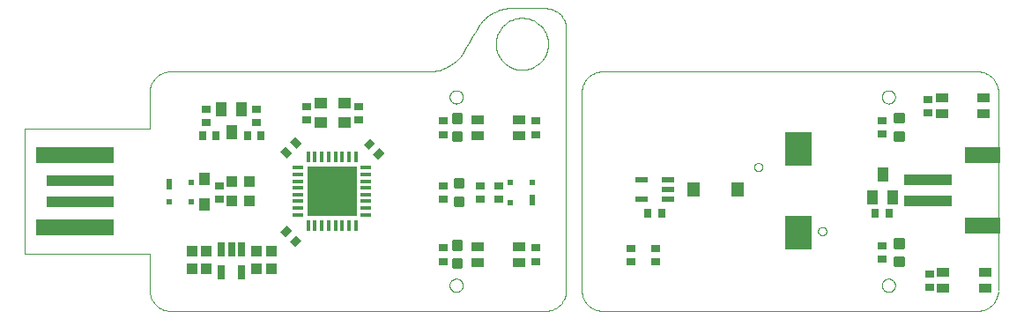
<source format=gtp>
G75*
%MOIN*%
%OFA0B0*%
%FSLAX25Y25*%
%IPPOS*%
%LPD*%
%AMOC8*
5,1,8,0,0,1.08239X$1,22.5*
%
%ADD10C,0.00394*%
%ADD11R,0.01400X0.04200*%
%ADD12R,0.04200X0.01400*%
%ADD13R,0.19100X0.19100*%
%ADD14R,0.29528X0.05906*%
%ADD15R,0.25591X0.03937*%
%ADD16R,0.03937X0.04724*%
%ADD17R,0.03543X0.02756*%
%ADD18R,0.03937X0.04331*%
%ADD19R,0.02362X0.03937*%
%ADD20R,0.02362X0.02362*%
%ADD21R,0.02756X0.05512*%
%ADD22R,0.05118X0.04331*%
%ADD23R,0.03937X0.05512*%
%ADD24R,0.02756X0.03543*%
%ADD25C,0.01181*%
%ADD26R,0.04724X0.03543*%
%ADD27C,0.00000*%
%ADD28R,0.09843X0.12598*%
%ADD29R,0.04724X0.02165*%
%ADD30R,0.18110X0.03937*%
%ADD31R,0.13386X0.06299*%
%ADD32R,0.05000X0.05787*%
D10*
X0059760Y0017852D02*
X0059360Y0018793D01*
X0059205Y0019287D01*
X0059100Y0019798D01*
X0058994Y0020310D01*
X0058939Y0020839D01*
X0058939Y0035160D01*
X0011695Y0035160D01*
X0011695Y0082404D01*
X0058939Y0082404D01*
X0058939Y0096725D01*
X0058994Y0097254D01*
X0059100Y0097765D01*
X0059205Y0098276D01*
X0059360Y0098770D01*
X0059760Y0099711D01*
X0060005Y0100159D01*
X0060288Y0100578D01*
X0060572Y0100997D01*
X0060895Y0101387D01*
X0061252Y0101744D01*
X0061609Y0102101D01*
X0061999Y0102424D01*
X0062418Y0102708D01*
X0062838Y0102991D01*
X0063285Y0103236D01*
X0064226Y0103636D01*
X0064720Y0103791D01*
X0065231Y0103897D01*
X0065743Y0104002D01*
X0066272Y0104057D01*
X0165750Y0104057D01*
X0166308Y0104105D01*
X0167439Y0104286D01*
X0168012Y0104419D01*
X0168585Y0104591D01*
X0169158Y0104762D01*
X0169731Y0104972D01*
X0170860Y0105460D01*
X0171416Y0105737D01*
X0171956Y0106043D01*
X0172495Y0106350D01*
X0173018Y0106685D01*
X0173517Y0107045D01*
X0174016Y0107405D01*
X0174489Y0107789D01*
X0175372Y0108597D01*
X0175780Y0109021D01*
X0176515Y0109899D01*
X0176841Y0110354D01*
X0177119Y0110818D01*
X0177895Y0112119D01*
X0178672Y0113420D01*
X0179448Y0114721D01*
X0180225Y0116022D01*
X0181002Y0117323D01*
X0181778Y0118624D01*
X0182555Y0119926D01*
X0183331Y0121227D01*
X0183609Y0121691D01*
X0183935Y0122146D01*
X0184303Y0122585D01*
X0184670Y0123024D01*
X0185078Y0123448D01*
X0185520Y0123852D01*
X0185961Y0124256D01*
X0186435Y0124640D01*
X0186933Y0125000D01*
X0187432Y0125360D01*
X0187955Y0125695D01*
X0188494Y0126002D01*
X0189034Y0126308D01*
X0189590Y0126585D01*
X0190719Y0127073D01*
X0191292Y0127283D01*
X0191865Y0127454D01*
X0192438Y0127626D01*
X0193011Y0127759D01*
X0193577Y0127850D01*
X0194142Y0127940D01*
X0194700Y0127988D01*
X0209087Y0127988D01*
X0209616Y0127932D01*
X0210127Y0127827D01*
X0210638Y0127722D01*
X0211132Y0127566D01*
X0211603Y0127366D01*
X0212073Y0127166D01*
X0212521Y0126922D01*
X0212940Y0126638D01*
X0213359Y0126354D01*
X0213749Y0126031D01*
X0214106Y0125675D01*
X0214463Y0125318D01*
X0214786Y0124927D01*
X0215070Y0124508D01*
X0215353Y0124089D01*
X0215598Y0123642D01*
X0215798Y0123171D01*
X0215998Y0122700D01*
X0216153Y0122207D01*
X0216259Y0121695D01*
X0216364Y0121184D01*
X0216419Y0120655D01*
X0216419Y0020839D01*
X0216364Y0020310D01*
X0216259Y0019798D01*
X0216153Y0019287D01*
X0215998Y0018793D01*
X0215798Y0018323D01*
X0215598Y0017852D01*
X0215353Y0017405D01*
X0215070Y0016985D01*
X0214786Y0016566D01*
X0214463Y0016176D01*
X0214106Y0015819D01*
X0213749Y0015462D01*
X0213359Y0015139D01*
X0212940Y0014855D01*
X0212521Y0014572D01*
X0212073Y0014327D01*
X0211603Y0014127D01*
X0211132Y0013927D01*
X0210638Y0013772D01*
X0210127Y0013667D01*
X0209616Y0013561D01*
X0209087Y0013506D01*
X0066272Y0013506D01*
X0065743Y0013561D01*
X0065231Y0013667D01*
X0064720Y0013772D01*
X0064226Y0013927D01*
X0063756Y0014127D01*
X0063285Y0014327D01*
X0062838Y0014572D01*
X0062418Y0014855D01*
X0061999Y0015139D01*
X0061609Y0015462D01*
X0061252Y0015819D01*
X0060895Y0016176D01*
X0060572Y0016566D01*
X0060288Y0016985D01*
X0060005Y0017405D01*
X0059760Y0017852D01*
X0222347Y0020839D02*
X0222403Y0020310D01*
X0222508Y0019798D01*
X0222614Y0019287D01*
X0222769Y0018793D01*
X0223169Y0017852D01*
X0223413Y0017405D01*
X0223697Y0016985D01*
X0223981Y0016566D01*
X0224304Y0016176D01*
X0225017Y0015462D01*
X0225408Y0015139D01*
X0225827Y0014855D01*
X0226246Y0014572D01*
X0226694Y0014327D01*
X0227635Y0013927D01*
X0228128Y0013772D01*
X0228640Y0013667D01*
X0229151Y0013561D01*
X0229680Y0013506D01*
X0372495Y0013506D01*
X0373024Y0013561D01*
X0373535Y0013667D01*
X0374047Y0013772D01*
X0374541Y0013927D01*
X0375482Y0014327D01*
X0375929Y0014572D01*
X0376348Y0014855D01*
X0376767Y0015139D01*
X0377158Y0015462D01*
X0377872Y0016176D01*
X0378195Y0016566D01*
X0378478Y0016985D01*
X0378762Y0017405D01*
X0379007Y0017852D01*
X0379206Y0018323D01*
X0379406Y0018793D01*
X0379562Y0019287D01*
X0379667Y0019798D01*
X0379772Y0020310D01*
X0379828Y0020839D01*
X0379828Y0021380D02*
X0379828Y0096725D01*
X0379772Y0097254D01*
X0379667Y0097765D01*
X0379562Y0098276D01*
X0379406Y0098770D01*
X0379206Y0099241D01*
X0379007Y0099711D01*
X0378762Y0100159D01*
X0378195Y0100997D01*
X0377872Y0101387D01*
X0377158Y0102101D01*
X0376767Y0102424D01*
X0376348Y0102708D01*
X0375929Y0102991D01*
X0375482Y0103236D01*
X0375011Y0103436D01*
X0374541Y0103636D01*
X0374047Y0103791D01*
X0373535Y0103897D01*
X0373024Y0104002D01*
X0372495Y0104057D01*
X0229680Y0104057D01*
X0229151Y0104002D01*
X0228640Y0103897D01*
X0228128Y0103791D01*
X0227635Y0103636D01*
X0227164Y0103436D01*
X0226694Y0103236D01*
X0226246Y0102991D01*
X0225827Y0102708D01*
X0225408Y0102424D01*
X0225017Y0102101D01*
X0224304Y0101387D01*
X0223981Y0100997D01*
X0223697Y0100578D01*
X0223413Y0100159D01*
X0223169Y0099711D01*
X0222969Y0099241D01*
X0222769Y0098770D01*
X0222614Y0098276D01*
X0222508Y0097765D01*
X0222403Y0097254D01*
X0222347Y0096725D01*
X0222347Y0020839D01*
X0202334Y0104946D02*
X0201693Y0104815D01*
X0201053Y0104684D01*
X0200389Y0104615D01*
X0199030Y0104615D01*
X0198367Y0104684D01*
X0197726Y0104815D01*
X0197085Y0104946D01*
X0196467Y0105139D01*
X0195879Y0105388D01*
X0195290Y0105637D01*
X0194730Y0105942D01*
X0194207Y0106296D01*
X0193683Y0106649D01*
X0193195Y0107052D01*
X0192305Y0107943D01*
X0191902Y0108430D01*
X0191548Y0108954D01*
X0191194Y0109478D01*
X0190890Y0110037D01*
X0190641Y0110626D01*
X0190392Y0111215D01*
X0190198Y0111833D01*
X0190067Y0112474D01*
X0189936Y0113114D01*
X0189867Y0113778D01*
X0189867Y0115137D01*
X0189936Y0115800D01*
X0190067Y0116441D01*
X0190198Y0117081D01*
X0190392Y0117700D01*
X0190641Y0118288D01*
X0190890Y0118877D01*
X0191194Y0119437D01*
X0191902Y0120484D01*
X0192305Y0120972D01*
X0192750Y0121417D01*
X0193195Y0121862D01*
X0193683Y0122265D01*
X0194207Y0122619D01*
X0194730Y0122972D01*
X0195290Y0123277D01*
X0195879Y0123526D01*
X0196467Y0123775D01*
X0197085Y0123969D01*
X0197726Y0124100D01*
X0198367Y0124231D01*
X0199030Y0124300D01*
X0200389Y0124300D01*
X0201053Y0124231D01*
X0202334Y0123969D01*
X0202952Y0123775D01*
X0203541Y0123526D01*
X0204130Y0123277D01*
X0204689Y0122972D01*
X0205736Y0122265D01*
X0206224Y0121862D01*
X0206669Y0121417D01*
X0207115Y0120972D01*
X0207517Y0120484D01*
X0208225Y0119437D01*
X0208530Y0118877D01*
X0208779Y0118288D01*
X0209028Y0117700D01*
X0209221Y0117081D01*
X0209483Y0115800D01*
X0209552Y0115137D01*
X0209552Y0113778D01*
X0209483Y0113114D01*
X0209352Y0112474D01*
X0209221Y0111833D01*
X0209028Y0111215D01*
X0208779Y0110626D01*
X0208530Y0110037D01*
X0208225Y0109478D01*
X0207871Y0108954D01*
X0207517Y0108430D01*
X0207115Y0107943D01*
X0206224Y0107052D01*
X0205736Y0106649D01*
X0204689Y0105942D01*
X0204130Y0105637D01*
X0203541Y0105388D01*
X0202952Y0105139D01*
X0202334Y0104946D01*
D11*
X0136833Y0071700D03*
X0134233Y0071700D03*
X0131633Y0071700D03*
X0129133Y0071700D03*
X0126533Y0071700D03*
X0124033Y0071700D03*
X0121433Y0071700D03*
X0118833Y0071700D03*
X0118833Y0045900D03*
X0121433Y0045900D03*
X0124033Y0045900D03*
X0126533Y0045900D03*
X0129133Y0045900D03*
X0131633Y0045900D03*
X0134233Y0045900D03*
X0136833Y0045900D03*
D12*
X0140733Y0049800D03*
X0140733Y0052400D03*
X0140733Y0055000D03*
X0140733Y0057500D03*
X0140733Y0060100D03*
X0140733Y0062600D03*
X0140733Y0065200D03*
X0140733Y0067800D03*
X0114933Y0067800D03*
X0114933Y0065200D03*
X0114933Y0062600D03*
X0114933Y0060100D03*
X0114933Y0057500D03*
X0114933Y0055000D03*
X0114933Y0052400D03*
X0114933Y0049800D03*
D13*
X0127833Y0058800D03*
D14*
X0030546Y0045020D03*
X0030546Y0072580D03*
D15*
X0032514Y0062737D03*
X0032514Y0054863D03*
D16*
X0079633Y0053876D03*
X0079633Y0063324D03*
D17*
X0085333Y0060859D03*
X0085333Y0055741D03*
X0080333Y0084741D03*
X0080333Y0089859D03*
X0099333Y0089859D03*
X0099333Y0084741D03*
X0118333Y0085741D03*
X0118333Y0090859D03*
X0137833Y0090859D03*
X0137833Y0085741D03*
X0169833Y0085359D03*
X0169833Y0080241D03*
X0204833Y0080241D03*
X0204833Y0085359D03*
X0190833Y0060859D03*
X0183833Y0060859D03*
X0183833Y0055741D03*
X0190833Y0055741D03*
X0169833Y0055741D03*
X0169833Y0060859D03*
X0169833Y0037359D03*
X0169833Y0032241D03*
X0204833Y0032241D03*
X0204833Y0037359D03*
X0240933Y0037059D03*
X0250433Y0037059D03*
X0250433Y0031941D03*
X0240933Y0031941D03*
X0335933Y0032941D03*
X0335933Y0038059D03*
X0353933Y0027559D03*
X0353933Y0022441D03*
X0335933Y0080441D03*
X0335933Y0085559D03*
X0353433Y0088441D03*
X0353433Y0093559D03*
D18*
X0104833Y0036146D03*
X0099333Y0036146D03*
X0099333Y0029454D03*
X0104833Y0029454D03*
X0080333Y0029454D03*
X0074833Y0029454D03*
X0074833Y0036146D03*
X0080333Y0036146D03*
X0089987Y0055000D03*
X0096680Y0055000D03*
X0096680Y0062300D03*
X0089987Y0062300D03*
D19*
X0066399Y0061453D03*
X0203467Y0055347D03*
D20*
X0195199Y0054560D03*
X0195199Y0062040D03*
X0203467Y0062040D03*
X0074667Y0062240D03*
X0074667Y0054760D03*
X0066399Y0054760D03*
D21*
X0086093Y0036631D03*
X0089833Y0036631D03*
X0093573Y0036631D03*
X0093573Y0027969D03*
X0086093Y0027969D03*
D22*
X0123503Y0084757D03*
X0132558Y0084757D03*
X0132558Y0092237D03*
X0123503Y0092237D03*
D23*
X0093573Y0089631D03*
X0086093Y0089631D03*
X0089833Y0080969D03*
X0332393Y0056469D03*
X0339873Y0056469D03*
X0336133Y0065131D03*
D24*
X0338492Y0050500D03*
X0333374Y0050500D03*
X0252492Y0050500D03*
X0247374Y0050500D03*
G36*
X0145366Y0070764D02*
X0143417Y0072713D01*
X0145920Y0075216D01*
X0147869Y0073267D01*
X0145366Y0070764D01*
G37*
G36*
X0141747Y0074384D02*
X0139798Y0076333D01*
X0142301Y0078836D01*
X0144250Y0076887D01*
X0141747Y0074384D01*
G37*
G36*
X0111917Y0077387D02*
X0113866Y0079336D01*
X0116369Y0076833D01*
X0114420Y0074884D01*
X0111917Y0077387D01*
G37*
G36*
X0108298Y0073767D02*
X0110247Y0075716D01*
X0112750Y0073213D01*
X0110801Y0071264D01*
X0108298Y0073767D01*
G37*
X0100892Y0079800D03*
X0095774Y0079800D03*
X0083892Y0079800D03*
X0078774Y0079800D03*
G36*
X0110801Y0045836D02*
X0112750Y0043887D01*
X0110247Y0041384D01*
X0108298Y0043333D01*
X0110801Y0045836D01*
G37*
G36*
X0114420Y0042216D02*
X0116369Y0040267D01*
X0113866Y0037764D01*
X0111917Y0039713D01*
X0114420Y0042216D01*
G37*
D25*
X0173955Y0036875D02*
X0176711Y0036875D01*
X0173955Y0036875D02*
X0173955Y0039631D01*
X0176711Y0039631D01*
X0176711Y0036875D01*
X0176711Y0038055D02*
X0173955Y0038055D01*
X0173955Y0039235D02*
X0176711Y0039235D01*
X0176711Y0029969D02*
X0173955Y0029969D01*
X0173955Y0032725D01*
X0176711Y0032725D01*
X0176711Y0029969D01*
X0176711Y0031149D02*
X0173955Y0031149D01*
X0173955Y0032329D02*
X0176711Y0032329D01*
X0177211Y0056225D02*
X0174455Y0056225D01*
X0177211Y0056225D02*
X0177211Y0053469D01*
X0174455Y0053469D01*
X0174455Y0056225D01*
X0174455Y0054649D02*
X0177211Y0054649D01*
X0177211Y0055829D02*
X0174455Y0055829D01*
X0174455Y0063131D02*
X0177211Y0063131D01*
X0177211Y0060375D01*
X0174455Y0060375D01*
X0174455Y0063131D01*
X0174455Y0061555D02*
X0177211Y0061555D01*
X0177211Y0062735D02*
X0174455Y0062735D01*
X0173955Y0080725D02*
X0176711Y0080725D01*
X0176711Y0077969D01*
X0173955Y0077969D01*
X0173955Y0080725D01*
X0173955Y0079149D02*
X0176711Y0079149D01*
X0176711Y0080329D02*
X0173955Y0080329D01*
X0173955Y0087631D02*
X0176711Y0087631D01*
X0176711Y0084875D01*
X0173955Y0084875D01*
X0173955Y0087631D01*
X0173955Y0086055D02*
X0176711Y0086055D01*
X0176711Y0087235D02*
X0173955Y0087235D01*
X0341055Y0085075D02*
X0343811Y0085075D01*
X0341055Y0085075D02*
X0341055Y0087831D01*
X0343811Y0087831D01*
X0343811Y0085075D01*
X0343811Y0086255D02*
X0341055Y0086255D01*
X0341055Y0087435D02*
X0343811Y0087435D01*
X0343811Y0078169D02*
X0341055Y0078169D01*
X0341055Y0080925D01*
X0343811Y0080925D01*
X0343811Y0078169D01*
X0343811Y0079349D02*
X0341055Y0079349D01*
X0341055Y0080529D02*
X0343811Y0080529D01*
X0343811Y0037575D02*
X0341055Y0037575D01*
X0341055Y0040331D01*
X0343811Y0040331D01*
X0343811Y0037575D01*
X0343811Y0038755D02*
X0341055Y0038755D01*
X0341055Y0039935D02*
X0343811Y0039935D01*
X0343811Y0030669D02*
X0341055Y0030669D01*
X0341055Y0033425D01*
X0343811Y0033425D01*
X0343811Y0030669D01*
X0343811Y0031849D02*
X0341055Y0031849D01*
X0341055Y0033029D02*
X0343811Y0033029D01*
D26*
X0359059Y0027953D03*
X0359059Y0022047D03*
X0374807Y0022047D03*
X0374807Y0027953D03*
X0374307Y0088047D03*
X0358559Y0088047D03*
X0358559Y0093953D03*
X0374307Y0093953D03*
X0198707Y0085753D03*
X0182959Y0085753D03*
X0182959Y0079847D03*
X0198707Y0079847D03*
X0198707Y0037753D03*
X0198707Y0031847D03*
X0182959Y0031847D03*
X0182959Y0037753D03*
D27*
X0172333Y0023170D02*
X0172335Y0023269D01*
X0172341Y0023369D01*
X0172351Y0023468D01*
X0172365Y0023566D01*
X0172382Y0023664D01*
X0172404Y0023761D01*
X0172429Y0023857D01*
X0172458Y0023952D01*
X0172491Y0024046D01*
X0172528Y0024138D01*
X0172568Y0024229D01*
X0172612Y0024318D01*
X0172660Y0024406D01*
X0172711Y0024491D01*
X0172765Y0024574D01*
X0172822Y0024656D01*
X0172883Y0024734D01*
X0172947Y0024811D01*
X0173013Y0024884D01*
X0173083Y0024955D01*
X0173155Y0025023D01*
X0173230Y0025089D01*
X0173308Y0025151D01*
X0173388Y0025210D01*
X0173470Y0025266D01*
X0173554Y0025318D01*
X0173641Y0025367D01*
X0173729Y0025413D01*
X0173819Y0025455D01*
X0173911Y0025494D01*
X0174004Y0025529D01*
X0174098Y0025560D01*
X0174194Y0025587D01*
X0174291Y0025610D01*
X0174388Y0025630D01*
X0174486Y0025646D01*
X0174585Y0025658D01*
X0174684Y0025666D01*
X0174783Y0025670D01*
X0174883Y0025670D01*
X0174982Y0025666D01*
X0175081Y0025658D01*
X0175180Y0025646D01*
X0175278Y0025630D01*
X0175375Y0025610D01*
X0175472Y0025587D01*
X0175568Y0025560D01*
X0175662Y0025529D01*
X0175755Y0025494D01*
X0175847Y0025455D01*
X0175937Y0025413D01*
X0176025Y0025367D01*
X0176112Y0025318D01*
X0176196Y0025266D01*
X0176278Y0025210D01*
X0176358Y0025151D01*
X0176436Y0025089D01*
X0176511Y0025023D01*
X0176583Y0024955D01*
X0176653Y0024884D01*
X0176719Y0024811D01*
X0176783Y0024734D01*
X0176844Y0024656D01*
X0176901Y0024574D01*
X0176955Y0024491D01*
X0177006Y0024406D01*
X0177054Y0024318D01*
X0177098Y0024229D01*
X0177138Y0024138D01*
X0177175Y0024046D01*
X0177208Y0023952D01*
X0177237Y0023857D01*
X0177262Y0023761D01*
X0177284Y0023664D01*
X0177301Y0023566D01*
X0177315Y0023468D01*
X0177325Y0023369D01*
X0177331Y0023269D01*
X0177333Y0023170D01*
X0177331Y0023071D01*
X0177325Y0022971D01*
X0177315Y0022872D01*
X0177301Y0022774D01*
X0177284Y0022676D01*
X0177262Y0022579D01*
X0177237Y0022483D01*
X0177208Y0022388D01*
X0177175Y0022294D01*
X0177138Y0022202D01*
X0177098Y0022111D01*
X0177054Y0022022D01*
X0177006Y0021934D01*
X0176955Y0021849D01*
X0176901Y0021766D01*
X0176844Y0021684D01*
X0176783Y0021606D01*
X0176719Y0021529D01*
X0176653Y0021456D01*
X0176583Y0021385D01*
X0176511Y0021317D01*
X0176436Y0021251D01*
X0176358Y0021189D01*
X0176278Y0021130D01*
X0176196Y0021074D01*
X0176112Y0021022D01*
X0176025Y0020973D01*
X0175937Y0020927D01*
X0175847Y0020885D01*
X0175755Y0020846D01*
X0175662Y0020811D01*
X0175568Y0020780D01*
X0175472Y0020753D01*
X0175375Y0020730D01*
X0175278Y0020710D01*
X0175180Y0020694D01*
X0175081Y0020682D01*
X0174982Y0020674D01*
X0174883Y0020670D01*
X0174783Y0020670D01*
X0174684Y0020674D01*
X0174585Y0020682D01*
X0174486Y0020694D01*
X0174388Y0020710D01*
X0174291Y0020730D01*
X0174194Y0020753D01*
X0174098Y0020780D01*
X0174004Y0020811D01*
X0173911Y0020846D01*
X0173819Y0020885D01*
X0173729Y0020927D01*
X0173641Y0020973D01*
X0173554Y0021022D01*
X0173470Y0021074D01*
X0173388Y0021130D01*
X0173308Y0021189D01*
X0173230Y0021251D01*
X0173155Y0021317D01*
X0173083Y0021385D01*
X0173013Y0021456D01*
X0172947Y0021529D01*
X0172883Y0021606D01*
X0172822Y0021684D01*
X0172765Y0021766D01*
X0172711Y0021849D01*
X0172660Y0021934D01*
X0172612Y0022022D01*
X0172568Y0022111D01*
X0172528Y0022202D01*
X0172491Y0022294D01*
X0172458Y0022388D01*
X0172429Y0022483D01*
X0172404Y0022579D01*
X0172382Y0022676D01*
X0172365Y0022774D01*
X0172351Y0022872D01*
X0172341Y0022971D01*
X0172335Y0023071D01*
X0172333Y0023170D01*
X0287504Y0067858D02*
X0287506Y0067937D01*
X0287512Y0068016D01*
X0287522Y0068095D01*
X0287536Y0068173D01*
X0287553Y0068250D01*
X0287575Y0068326D01*
X0287600Y0068401D01*
X0287630Y0068474D01*
X0287662Y0068546D01*
X0287699Y0068617D01*
X0287739Y0068685D01*
X0287782Y0068751D01*
X0287828Y0068815D01*
X0287878Y0068877D01*
X0287931Y0068936D01*
X0287986Y0068992D01*
X0288045Y0069046D01*
X0288106Y0069096D01*
X0288169Y0069144D01*
X0288235Y0069188D01*
X0288303Y0069229D01*
X0288373Y0069266D01*
X0288444Y0069300D01*
X0288518Y0069330D01*
X0288592Y0069356D01*
X0288668Y0069378D01*
X0288745Y0069397D01*
X0288823Y0069412D01*
X0288901Y0069423D01*
X0288980Y0069430D01*
X0289059Y0069433D01*
X0289138Y0069432D01*
X0289217Y0069427D01*
X0289296Y0069418D01*
X0289374Y0069405D01*
X0289451Y0069388D01*
X0289528Y0069368D01*
X0289603Y0069343D01*
X0289677Y0069315D01*
X0289750Y0069283D01*
X0289820Y0069248D01*
X0289889Y0069209D01*
X0289956Y0069166D01*
X0290021Y0069120D01*
X0290083Y0069072D01*
X0290143Y0069020D01*
X0290200Y0068965D01*
X0290254Y0068907D01*
X0290305Y0068847D01*
X0290353Y0068784D01*
X0290398Y0068719D01*
X0290440Y0068651D01*
X0290478Y0068582D01*
X0290512Y0068511D01*
X0290543Y0068438D01*
X0290571Y0068363D01*
X0290594Y0068288D01*
X0290614Y0068211D01*
X0290630Y0068134D01*
X0290642Y0068055D01*
X0290650Y0067977D01*
X0290654Y0067898D01*
X0290654Y0067818D01*
X0290650Y0067739D01*
X0290642Y0067661D01*
X0290630Y0067582D01*
X0290614Y0067505D01*
X0290594Y0067428D01*
X0290571Y0067353D01*
X0290543Y0067278D01*
X0290512Y0067205D01*
X0290478Y0067134D01*
X0290440Y0067065D01*
X0290398Y0066997D01*
X0290353Y0066932D01*
X0290305Y0066869D01*
X0290254Y0066809D01*
X0290200Y0066751D01*
X0290143Y0066696D01*
X0290083Y0066644D01*
X0290021Y0066596D01*
X0289956Y0066550D01*
X0289889Y0066507D01*
X0289820Y0066468D01*
X0289750Y0066433D01*
X0289677Y0066401D01*
X0289603Y0066373D01*
X0289528Y0066348D01*
X0289451Y0066328D01*
X0289374Y0066311D01*
X0289296Y0066298D01*
X0289217Y0066289D01*
X0289138Y0066284D01*
X0289059Y0066283D01*
X0288980Y0066286D01*
X0288901Y0066293D01*
X0288823Y0066304D01*
X0288745Y0066319D01*
X0288668Y0066338D01*
X0288592Y0066360D01*
X0288518Y0066386D01*
X0288444Y0066416D01*
X0288373Y0066450D01*
X0288303Y0066487D01*
X0288235Y0066528D01*
X0288169Y0066572D01*
X0288106Y0066620D01*
X0288045Y0066670D01*
X0287986Y0066724D01*
X0287931Y0066780D01*
X0287878Y0066839D01*
X0287828Y0066901D01*
X0287782Y0066965D01*
X0287739Y0067031D01*
X0287699Y0067099D01*
X0287662Y0067170D01*
X0287630Y0067242D01*
X0287600Y0067315D01*
X0287575Y0067390D01*
X0287553Y0067466D01*
X0287536Y0067543D01*
X0287522Y0067621D01*
X0287512Y0067700D01*
X0287506Y0067779D01*
X0287504Y0067858D01*
X0311717Y0043646D02*
X0311719Y0043725D01*
X0311725Y0043804D01*
X0311735Y0043883D01*
X0311749Y0043961D01*
X0311766Y0044038D01*
X0311788Y0044114D01*
X0311813Y0044189D01*
X0311843Y0044262D01*
X0311875Y0044334D01*
X0311912Y0044405D01*
X0311952Y0044473D01*
X0311995Y0044539D01*
X0312041Y0044603D01*
X0312091Y0044665D01*
X0312144Y0044724D01*
X0312199Y0044780D01*
X0312258Y0044834D01*
X0312319Y0044884D01*
X0312382Y0044932D01*
X0312448Y0044976D01*
X0312516Y0045017D01*
X0312586Y0045054D01*
X0312657Y0045088D01*
X0312731Y0045118D01*
X0312805Y0045144D01*
X0312881Y0045166D01*
X0312958Y0045185D01*
X0313036Y0045200D01*
X0313114Y0045211D01*
X0313193Y0045218D01*
X0313272Y0045221D01*
X0313351Y0045220D01*
X0313430Y0045215D01*
X0313509Y0045206D01*
X0313587Y0045193D01*
X0313664Y0045176D01*
X0313741Y0045156D01*
X0313816Y0045131D01*
X0313890Y0045103D01*
X0313963Y0045071D01*
X0314033Y0045036D01*
X0314102Y0044997D01*
X0314169Y0044954D01*
X0314234Y0044908D01*
X0314296Y0044860D01*
X0314356Y0044808D01*
X0314413Y0044753D01*
X0314467Y0044695D01*
X0314518Y0044635D01*
X0314566Y0044572D01*
X0314611Y0044507D01*
X0314653Y0044439D01*
X0314691Y0044370D01*
X0314725Y0044299D01*
X0314756Y0044226D01*
X0314784Y0044151D01*
X0314807Y0044076D01*
X0314827Y0043999D01*
X0314843Y0043922D01*
X0314855Y0043843D01*
X0314863Y0043765D01*
X0314867Y0043686D01*
X0314867Y0043606D01*
X0314863Y0043527D01*
X0314855Y0043449D01*
X0314843Y0043370D01*
X0314827Y0043293D01*
X0314807Y0043216D01*
X0314784Y0043141D01*
X0314756Y0043066D01*
X0314725Y0042993D01*
X0314691Y0042922D01*
X0314653Y0042853D01*
X0314611Y0042785D01*
X0314566Y0042720D01*
X0314518Y0042657D01*
X0314467Y0042597D01*
X0314413Y0042539D01*
X0314356Y0042484D01*
X0314296Y0042432D01*
X0314234Y0042384D01*
X0314169Y0042338D01*
X0314102Y0042295D01*
X0314033Y0042256D01*
X0313963Y0042221D01*
X0313890Y0042189D01*
X0313816Y0042161D01*
X0313741Y0042136D01*
X0313664Y0042116D01*
X0313587Y0042099D01*
X0313509Y0042086D01*
X0313430Y0042077D01*
X0313351Y0042072D01*
X0313272Y0042071D01*
X0313193Y0042074D01*
X0313114Y0042081D01*
X0313036Y0042092D01*
X0312958Y0042107D01*
X0312881Y0042126D01*
X0312805Y0042148D01*
X0312731Y0042174D01*
X0312657Y0042204D01*
X0312586Y0042238D01*
X0312516Y0042275D01*
X0312448Y0042316D01*
X0312382Y0042360D01*
X0312319Y0042408D01*
X0312258Y0042458D01*
X0312199Y0042512D01*
X0312144Y0042568D01*
X0312091Y0042627D01*
X0312041Y0042689D01*
X0311995Y0042753D01*
X0311952Y0042819D01*
X0311912Y0042887D01*
X0311875Y0042958D01*
X0311843Y0043030D01*
X0311813Y0043103D01*
X0311788Y0043178D01*
X0311766Y0043254D01*
X0311749Y0043331D01*
X0311735Y0043409D01*
X0311725Y0043488D01*
X0311719Y0043567D01*
X0311717Y0043646D01*
X0335833Y0023170D02*
X0335835Y0023269D01*
X0335841Y0023369D01*
X0335851Y0023468D01*
X0335865Y0023566D01*
X0335882Y0023664D01*
X0335904Y0023761D01*
X0335929Y0023857D01*
X0335958Y0023952D01*
X0335991Y0024046D01*
X0336028Y0024138D01*
X0336068Y0024229D01*
X0336112Y0024318D01*
X0336160Y0024406D01*
X0336211Y0024491D01*
X0336265Y0024574D01*
X0336322Y0024656D01*
X0336383Y0024734D01*
X0336447Y0024811D01*
X0336513Y0024884D01*
X0336583Y0024955D01*
X0336655Y0025023D01*
X0336730Y0025089D01*
X0336808Y0025151D01*
X0336888Y0025210D01*
X0336970Y0025266D01*
X0337054Y0025318D01*
X0337141Y0025367D01*
X0337229Y0025413D01*
X0337319Y0025455D01*
X0337411Y0025494D01*
X0337504Y0025529D01*
X0337598Y0025560D01*
X0337694Y0025587D01*
X0337791Y0025610D01*
X0337888Y0025630D01*
X0337986Y0025646D01*
X0338085Y0025658D01*
X0338184Y0025666D01*
X0338283Y0025670D01*
X0338383Y0025670D01*
X0338482Y0025666D01*
X0338581Y0025658D01*
X0338680Y0025646D01*
X0338778Y0025630D01*
X0338875Y0025610D01*
X0338972Y0025587D01*
X0339068Y0025560D01*
X0339162Y0025529D01*
X0339255Y0025494D01*
X0339347Y0025455D01*
X0339437Y0025413D01*
X0339525Y0025367D01*
X0339612Y0025318D01*
X0339696Y0025266D01*
X0339778Y0025210D01*
X0339858Y0025151D01*
X0339936Y0025089D01*
X0340011Y0025023D01*
X0340083Y0024955D01*
X0340153Y0024884D01*
X0340219Y0024811D01*
X0340283Y0024734D01*
X0340344Y0024656D01*
X0340401Y0024574D01*
X0340455Y0024491D01*
X0340506Y0024406D01*
X0340554Y0024318D01*
X0340598Y0024229D01*
X0340638Y0024138D01*
X0340675Y0024046D01*
X0340708Y0023952D01*
X0340737Y0023857D01*
X0340762Y0023761D01*
X0340784Y0023664D01*
X0340801Y0023566D01*
X0340815Y0023468D01*
X0340825Y0023369D01*
X0340831Y0023269D01*
X0340833Y0023170D01*
X0340831Y0023071D01*
X0340825Y0022971D01*
X0340815Y0022872D01*
X0340801Y0022774D01*
X0340784Y0022676D01*
X0340762Y0022579D01*
X0340737Y0022483D01*
X0340708Y0022388D01*
X0340675Y0022294D01*
X0340638Y0022202D01*
X0340598Y0022111D01*
X0340554Y0022022D01*
X0340506Y0021934D01*
X0340455Y0021849D01*
X0340401Y0021766D01*
X0340344Y0021684D01*
X0340283Y0021606D01*
X0340219Y0021529D01*
X0340153Y0021456D01*
X0340083Y0021385D01*
X0340011Y0021317D01*
X0339936Y0021251D01*
X0339858Y0021189D01*
X0339778Y0021130D01*
X0339696Y0021074D01*
X0339612Y0021022D01*
X0339525Y0020973D01*
X0339437Y0020927D01*
X0339347Y0020885D01*
X0339255Y0020846D01*
X0339162Y0020811D01*
X0339068Y0020780D01*
X0338972Y0020753D01*
X0338875Y0020730D01*
X0338778Y0020710D01*
X0338680Y0020694D01*
X0338581Y0020682D01*
X0338482Y0020674D01*
X0338383Y0020670D01*
X0338283Y0020670D01*
X0338184Y0020674D01*
X0338085Y0020682D01*
X0337986Y0020694D01*
X0337888Y0020710D01*
X0337791Y0020730D01*
X0337694Y0020753D01*
X0337598Y0020780D01*
X0337504Y0020811D01*
X0337411Y0020846D01*
X0337319Y0020885D01*
X0337229Y0020927D01*
X0337141Y0020973D01*
X0337054Y0021022D01*
X0336970Y0021074D01*
X0336888Y0021130D01*
X0336808Y0021189D01*
X0336730Y0021251D01*
X0336655Y0021317D01*
X0336583Y0021385D01*
X0336513Y0021456D01*
X0336447Y0021529D01*
X0336383Y0021606D01*
X0336322Y0021684D01*
X0336265Y0021766D01*
X0336211Y0021849D01*
X0336160Y0021934D01*
X0336112Y0022022D01*
X0336068Y0022111D01*
X0336028Y0022202D01*
X0335991Y0022294D01*
X0335958Y0022388D01*
X0335929Y0022483D01*
X0335904Y0022579D01*
X0335882Y0022676D01*
X0335865Y0022774D01*
X0335851Y0022872D01*
X0335841Y0022971D01*
X0335835Y0023071D01*
X0335833Y0023170D01*
X0335833Y0094430D02*
X0335835Y0094529D01*
X0335841Y0094629D01*
X0335851Y0094728D01*
X0335865Y0094826D01*
X0335882Y0094924D01*
X0335904Y0095021D01*
X0335929Y0095117D01*
X0335958Y0095212D01*
X0335991Y0095306D01*
X0336028Y0095398D01*
X0336068Y0095489D01*
X0336112Y0095578D01*
X0336160Y0095666D01*
X0336211Y0095751D01*
X0336265Y0095834D01*
X0336322Y0095916D01*
X0336383Y0095994D01*
X0336447Y0096071D01*
X0336513Y0096144D01*
X0336583Y0096215D01*
X0336655Y0096283D01*
X0336730Y0096349D01*
X0336808Y0096411D01*
X0336888Y0096470D01*
X0336970Y0096526D01*
X0337054Y0096578D01*
X0337141Y0096627D01*
X0337229Y0096673D01*
X0337319Y0096715D01*
X0337411Y0096754D01*
X0337504Y0096789D01*
X0337598Y0096820D01*
X0337694Y0096847D01*
X0337791Y0096870D01*
X0337888Y0096890D01*
X0337986Y0096906D01*
X0338085Y0096918D01*
X0338184Y0096926D01*
X0338283Y0096930D01*
X0338383Y0096930D01*
X0338482Y0096926D01*
X0338581Y0096918D01*
X0338680Y0096906D01*
X0338778Y0096890D01*
X0338875Y0096870D01*
X0338972Y0096847D01*
X0339068Y0096820D01*
X0339162Y0096789D01*
X0339255Y0096754D01*
X0339347Y0096715D01*
X0339437Y0096673D01*
X0339525Y0096627D01*
X0339612Y0096578D01*
X0339696Y0096526D01*
X0339778Y0096470D01*
X0339858Y0096411D01*
X0339936Y0096349D01*
X0340011Y0096283D01*
X0340083Y0096215D01*
X0340153Y0096144D01*
X0340219Y0096071D01*
X0340283Y0095994D01*
X0340344Y0095916D01*
X0340401Y0095834D01*
X0340455Y0095751D01*
X0340506Y0095666D01*
X0340554Y0095578D01*
X0340598Y0095489D01*
X0340638Y0095398D01*
X0340675Y0095306D01*
X0340708Y0095212D01*
X0340737Y0095117D01*
X0340762Y0095021D01*
X0340784Y0094924D01*
X0340801Y0094826D01*
X0340815Y0094728D01*
X0340825Y0094629D01*
X0340831Y0094529D01*
X0340833Y0094430D01*
X0340831Y0094331D01*
X0340825Y0094231D01*
X0340815Y0094132D01*
X0340801Y0094034D01*
X0340784Y0093936D01*
X0340762Y0093839D01*
X0340737Y0093743D01*
X0340708Y0093648D01*
X0340675Y0093554D01*
X0340638Y0093462D01*
X0340598Y0093371D01*
X0340554Y0093282D01*
X0340506Y0093194D01*
X0340455Y0093109D01*
X0340401Y0093026D01*
X0340344Y0092944D01*
X0340283Y0092866D01*
X0340219Y0092789D01*
X0340153Y0092716D01*
X0340083Y0092645D01*
X0340011Y0092577D01*
X0339936Y0092511D01*
X0339858Y0092449D01*
X0339778Y0092390D01*
X0339696Y0092334D01*
X0339612Y0092282D01*
X0339525Y0092233D01*
X0339437Y0092187D01*
X0339347Y0092145D01*
X0339255Y0092106D01*
X0339162Y0092071D01*
X0339068Y0092040D01*
X0338972Y0092013D01*
X0338875Y0091990D01*
X0338778Y0091970D01*
X0338680Y0091954D01*
X0338581Y0091942D01*
X0338482Y0091934D01*
X0338383Y0091930D01*
X0338283Y0091930D01*
X0338184Y0091934D01*
X0338085Y0091942D01*
X0337986Y0091954D01*
X0337888Y0091970D01*
X0337791Y0091990D01*
X0337694Y0092013D01*
X0337598Y0092040D01*
X0337504Y0092071D01*
X0337411Y0092106D01*
X0337319Y0092145D01*
X0337229Y0092187D01*
X0337141Y0092233D01*
X0337054Y0092282D01*
X0336970Y0092334D01*
X0336888Y0092390D01*
X0336808Y0092449D01*
X0336730Y0092511D01*
X0336655Y0092577D01*
X0336583Y0092645D01*
X0336513Y0092716D01*
X0336447Y0092789D01*
X0336383Y0092866D01*
X0336322Y0092944D01*
X0336265Y0093026D01*
X0336211Y0093109D01*
X0336160Y0093194D01*
X0336112Y0093282D01*
X0336068Y0093371D01*
X0336028Y0093462D01*
X0335991Y0093554D01*
X0335958Y0093648D01*
X0335929Y0093743D01*
X0335904Y0093839D01*
X0335882Y0093936D01*
X0335865Y0094034D01*
X0335851Y0094132D01*
X0335841Y0094231D01*
X0335835Y0094331D01*
X0335833Y0094430D01*
X0172333Y0094430D02*
X0172335Y0094529D01*
X0172341Y0094629D01*
X0172351Y0094728D01*
X0172365Y0094826D01*
X0172382Y0094924D01*
X0172404Y0095021D01*
X0172429Y0095117D01*
X0172458Y0095212D01*
X0172491Y0095306D01*
X0172528Y0095398D01*
X0172568Y0095489D01*
X0172612Y0095578D01*
X0172660Y0095666D01*
X0172711Y0095751D01*
X0172765Y0095834D01*
X0172822Y0095916D01*
X0172883Y0095994D01*
X0172947Y0096071D01*
X0173013Y0096144D01*
X0173083Y0096215D01*
X0173155Y0096283D01*
X0173230Y0096349D01*
X0173308Y0096411D01*
X0173388Y0096470D01*
X0173470Y0096526D01*
X0173554Y0096578D01*
X0173641Y0096627D01*
X0173729Y0096673D01*
X0173819Y0096715D01*
X0173911Y0096754D01*
X0174004Y0096789D01*
X0174098Y0096820D01*
X0174194Y0096847D01*
X0174291Y0096870D01*
X0174388Y0096890D01*
X0174486Y0096906D01*
X0174585Y0096918D01*
X0174684Y0096926D01*
X0174783Y0096930D01*
X0174883Y0096930D01*
X0174982Y0096926D01*
X0175081Y0096918D01*
X0175180Y0096906D01*
X0175278Y0096890D01*
X0175375Y0096870D01*
X0175472Y0096847D01*
X0175568Y0096820D01*
X0175662Y0096789D01*
X0175755Y0096754D01*
X0175847Y0096715D01*
X0175937Y0096673D01*
X0176025Y0096627D01*
X0176112Y0096578D01*
X0176196Y0096526D01*
X0176278Y0096470D01*
X0176358Y0096411D01*
X0176436Y0096349D01*
X0176511Y0096283D01*
X0176583Y0096215D01*
X0176653Y0096144D01*
X0176719Y0096071D01*
X0176783Y0095994D01*
X0176844Y0095916D01*
X0176901Y0095834D01*
X0176955Y0095751D01*
X0177006Y0095666D01*
X0177054Y0095578D01*
X0177098Y0095489D01*
X0177138Y0095398D01*
X0177175Y0095306D01*
X0177208Y0095212D01*
X0177237Y0095117D01*
X0177262Y0095021D01*
X0177284Y0094924D01*
X0177301Y0094826D01*
X0177315Y0094728D01*
X0177325Y0094629D01*
X0177331Y0094529D01*
X0177333Y0094430D01*
X0177331Y0094331D01*
X0177325Y0094231D01*
X0177315Y0094132D01*
X0177301Y0094034D01*
X0177284Y0093936D01*
X0177262Y0093839D01*
X0177237Y0093743D01*
X0177208Y0093648D01*
X0177175Y0093554D01*
X0177138Y0093462D01*
X0177098Y0093371D01*
X0177054Y0093282D01*
X0177006Y0093194D01*
X0176955Y0093109D01*
X0176901Y0093026D01*
X0176844Y0092944D01*
X0176783Y0092866D01*
X0176719Y0092789D01*
X0176653Y0092716D01*
X0176583Y0092645D01*
X0176511Y0092577D01*
X0176436Y0092511D01*
X0176358Y0092449D01*
X0176278Y0092390D01*
X0176196Y0092334D01*
X0176112Y0092282D01*
X0176025Y0092233D01*
X0175937Y0092187D01*
X0175847Y0092145D01*
X0175755Y0092106D01*
X0175662Y0092071D01*
X0175568Y0092040D01*
X0175472Y0092013D01*
X0175375Y0091990D01*
X0175278Y0091970D01*
X0175180Y0091954D01*
X0175081Y0091942D01*
X0174982Y0091934D01*
X0174883Y0091930D01*
X0174783Y0091930D01*
X0174684Y0091934D01*
X0174585Y0091942D01*
X0174486Y0091954D01*
X0174388Y0091970D01*
X0174291Y0091990D01*
X0174194Y0092013D01*
X0174098Y0092040D01*
X0174004Y0092071D01*
X0173911Y0092106D01*
X0173819Y0092145D01*
X0173729Y0092187D01*
X0173641Y0092233D01*
X0173554Y0092282D01*
X0173470Y0092334D01*
X0173388Y0092390D01*
X0173308Y0092449D01*
X0173230Y0092511D01*
X0173155Y0092577D01*
X0173083Y0092645D01*
X0173013Y0092716D01*
X0172947Y0092789D01*
X0172883Y0092866D01*
X0172822Y0092944D01*
X0172765Y0093026D01*
X0172711Y0093109D01*
X0172660Y0093194D01*
X0172612Y0093282D01*
X0172568Y0093371D01*
X0172528Y0093462D01*
X0172491Y0093554D01*
X0172458Y0093648D01*
X0172429Y0093743D01*
X0172404Y0093839D01*
X0172382Y0093936D01*
X0172365Y0094034D01*
X0172351Y0094132D01*
X0172341Y0094231D01*
X0172335Y0094331D01*
X0172333Y0094430D01*
D28*
X0304433Y0074748D03*
X0304433Y0043252D03*
D29*
X0255052Y0055760D03*
X0255052Y0059500D03*
X0244815Y0055760D03*
X0244815Y0063240D03*
X0255052Y0063240D03*
D30*
X0353366Y0062937D03*
X0353366Y0055063D03*
D31*
X0373839Y0045614D03*
X0373839Y0072386D03*
D32*
X0281398Y0059500D03*
X0264469Y0059500D03*
M02*

</source>
